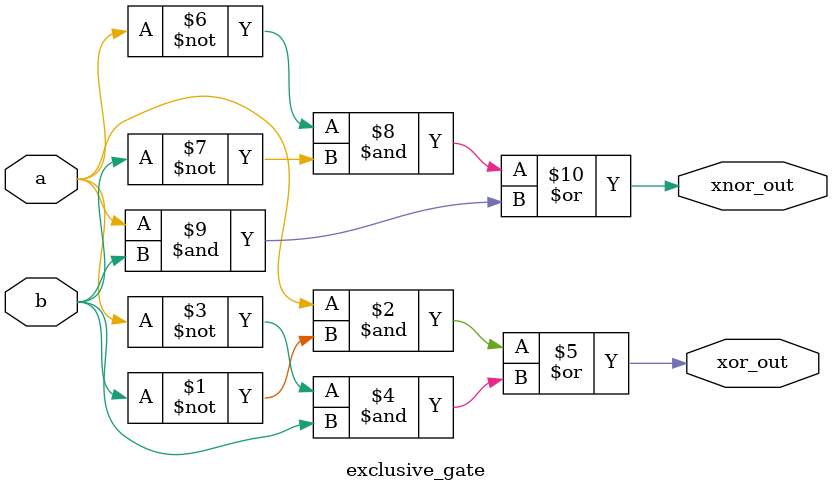
<source format=v>
`timescale 1ns / 1ps


module exclusive_gate(input a , b , output xor_out , xnor_out );
assign xor_out  = a & (~b) | (~a) & b ;
assign xnor_out = ~ a & ~ b | a & b ;
endmodule

</source>
